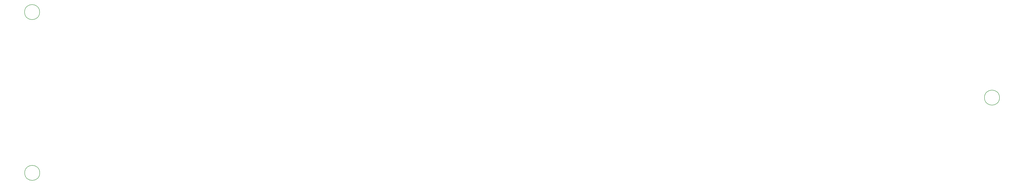
<source format=gbr>
%TF.GenerationSoftware,KiCad,Pcbnew,7.99.0-999-ge1db4e0694*%
%TF.CreationDate,2023-12-05T13:45:31-05:00*%
%TF.ProjectId,A1200KB,41313230-304b-4422-9e6b-696361645f70,rev?*%
%TF.SameCoordinates,Original*%
%TF.FileFunction,Other,Comment*%
%FSLAX46Y46*%
G04 Gerber Fmt 4.6, Leading zero omitted, Abs format (unit mm)*
G04 Created by KiCad (PCBNEW 7.99.0-999-ge1db4e0694) date 2023-12-05 13:45:31*
%MOMM*%
%LPD*%
G01*
G04 APERTURE LIST*
%ADD10C,0.150000*%
G04 APERTURE END LIST*
D10*
%TO.C,REF\u002A\u002A*%
X61011000Y-100673000D02*
G75*
G03*
X61011000Y-100673000I-3200000J0D01*
G01*
X61061200Y-168960800D02*
G75*
G03*
X61061200Y-168960800I-3200000J0D01*
G01*
X468554000Y-136995000D02*
G75*
G03*
X468554000Y-136995000I-3200000J0D01*
G01*
%TD*%
M02*

</source>
